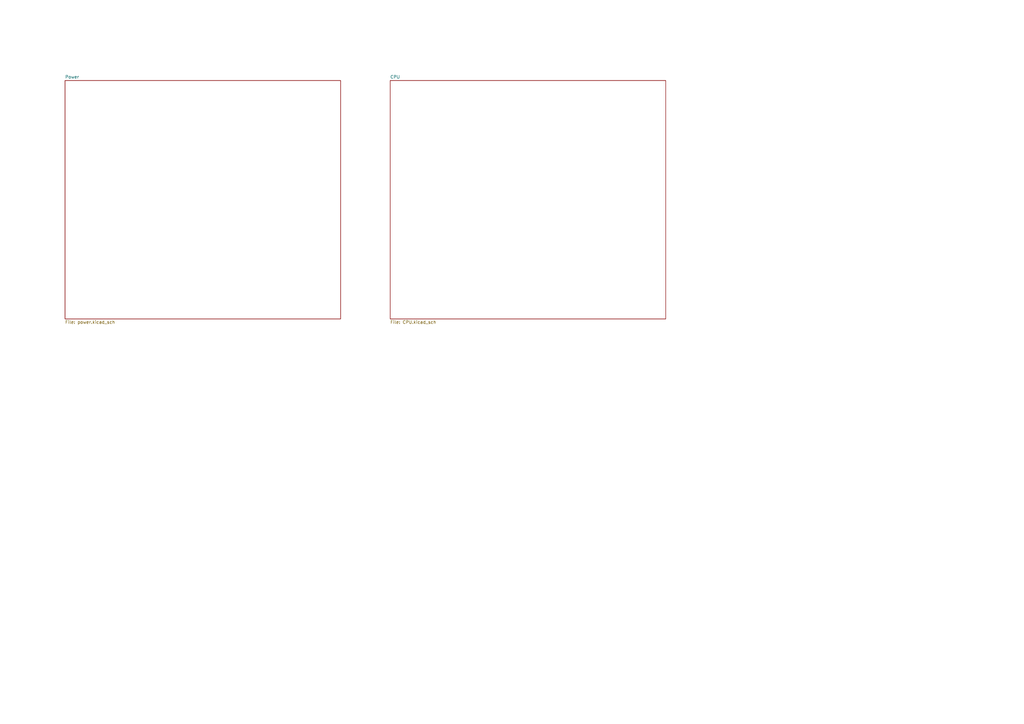
<source format=kicad_sch>
(kicad_sch
	(version 20250114)
	(generator "eeschema")
	(generator_version "9.0")
	(uuid "acb78ea8-ed4c-41a7-9153-6783241a9453")
	(paper "A3")
	(lib_symbols)
	(sheet
		(at 160.02 33.02)
		(size 113.03 97.79)
		(exclude_from_sim no)
		(in_bom yes)
		(on_board yes)
		(dnp no)
		(fields_autoplaced yes)
		(stroke
			(width 0.1524)
			(type solid)
		)
		(fill
			(color 0 0 0 0.0000)
		)
		(uuid "a5d9e9fb-adb7-4abd-94e7-4285bbf7dc74")
		(property "Sheetname" "CPU"
			(at 160.02 32.3084 0)
			(effects
				(font
					(size 1.27 1.27)
				)
				(justify left bottom)
			)
		)
		(property "Sheetfile" "CPU.kicad_sch"
			(at 160.02 131.3946 0)
			(effects
				(font
					(size 1.27 1.27)
				)
				(justify left top)
			)
		)
		(instances
			(project "8080clock"
				(path "/acb78ea8-ed4c-41a7-9153-6783241a9453"
					(page "3")
				)
			)
		)
	)
	(sheet
		(at 26.67 33.02)
		(size 113.03 97.79)
		(exclude_from_sim no)
		(in_bom yes)
		(on_board yes)
		(dnp no)
		(fields_autoplaced yes)
		(stroke
			(width 0.1524)
			(type solid)
		)
		(fill
			(color 0 0 0 0.0000)
		)
		(uuid "f94da994-97d5-4817-89a5-9f11c4c7d7d9")
		(property "Sheetname" "Power"
			(at 26.67 32.3084 0)
			(effects
				(font
					(size 1.27 1.27)
				)
				(justify left bottom)
			)
		)
		(property "Sheetfile" "power.kicad_sch"
			(at 26.67 131.3946 0)
			(effects
				(font
					(size 1.27 1.27)
				)
				(justify left top)
			)
		)
		(instances
			(project "8080clock"
				(path "/acb78ea8-ed4c-41a7-9153-6783241a9453"
					(page "2")
				)
			)
		)
	)
	(sheet_instances
		(path "/"
			(page "1")
		)
	)
	(embedded_fonts no)
)

</source>
